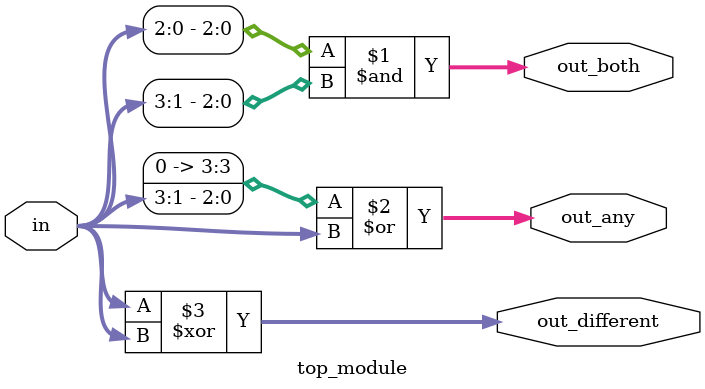
<source format=sv>
module top_module (
    input [3:0] in,
    output [2:0] out_both,
    output [3:0] out_any,
    output [3:0] out_different
);

assign out_both = in[2:0] & in[3:1];
assign out_any = {1'b0, in[3:1]} | in;
assign out_different = in ^ {in[3:1], in[0]};

endmodule

</source>
